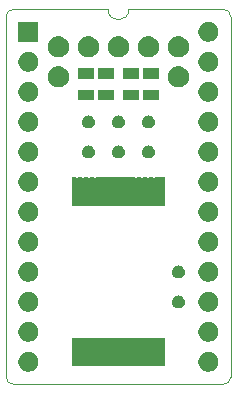
<source format=gbr>
%TF.GenerationSoftware,KiCad,Pcbnew,(5.1.5-0-10_14)*%
%TF.CreationDate,2021-03-11T16:13:23+01:00*%
%TF.ProjectId,C64-ROM-Adapter-LB,4336342d-524f-44d2-9d41-646170746572,1.1*%
%TF.SameCoordinates,Original*%
%TF.FileFunction,Soldermask,Bot*%
%TF.FilePolarity,Negative*%
%FSLAX46Y46*%
G04 Gerber Fmt 4.6, Leading zero omitted, Abs format (unit mm)*
G04 Created by KiCad (PCBNEW (5.1.5-0-10_14)) date 2021-03-11 16:13:23*
%MOMM*%
%LPD*%
G04 APERTURE LIST*
%ADD10C,0.050000*%
%ADD11C,0.150000*%
G04 APERTURE END LIST*
D10*
X122809000Y-48895000D02*
X130810000Y-48895000D01*
X122809000Y-48895000D02*
G75*
G02X121031000Y-48895000I-889000J0D01*
G01*
X131445000Y-80010000D02*
G75*
G02X130810000Y-80645000I-635000J0D01*
G01*
X113030000Y-80645000D02*
G75*
G02X112395000Y-80010000I0J635000D01*
G01*
X112395000Y-49530000D02*
G75*
G02X113030000Y-48895000I635000J0D01*
G01*
X130810000Y-48895000D02*
G75*
G02X131445000Y-49530000I0J-635000D01*
G01*
X112395000Y-80010000D02*
X112395000Y-49530000D01*
X130810000Y-80645000D02*
X113030000Y-80645000D01*
X131445000Y-49530000D02*
X131445000Y-80010000D01*
X113030000Y-48895000D02*
X121031000Y-48895000D01*
D11*
G36*
X129788228Y-77921703D02*
G01*
X129943100Y-77985853D01*
X130082481Y-78078985D01*
X130201015Y-78197519D01*
X130294147Y-78336900D01*
X130358297Y-78491772D01*
X130391000Y-78656184D01*
X130391000Y-78823816D01*
X130358297Y-78988228D01*
X130294147Y-79143100D01*
X130201015Y-79282481D01*
X130082481Y-79401015D01*
X129943100Y-79494147D01*
X129788228Y-79558297D01*
X129623816Y-79591000D01*
X129456184Y-79591000D01*
X129291772Y-79558297D01*
X129136900Y-79494147D01*
X128997519Y-79401015D01*
X128878985Y-79282481D01*
X128785853Y-79143100D01*
X128721703Y-78988228D01*
X128689000Y-78823816D01*
X128689000Y-78656184D01*
X128721703Y-78491772D01*
X128785853Y-78336900D01*
X128878985Y-78197519D01*
X128997519Y-78078985D01*
X129136900Y-77985853D01*
X129291772Y-77921703D01*
X129456184Y-77889000D01*
X129623816Y-77889000D01*
X129788228Y-77921703D01*
G37*
G36*
X114548228Y-77921703D02*
G01*
X114703100Y-77985853D01*
X114842481Y-78078985D01*
X114961015Y-78197519D01*
X115054147Y-78336900D01*
X115118297Y-78491772D01*
X115151000Y-78656184D01*
X115151000Y-78823816D01*
X115118297Y-78988228D01*
X115054147Y-79143100D01*
X114961015Y-79282481D01*
X114842481Y-79401015D01*
X114703100Y-79494147D01*
X114548228Y-79558297D01*
X114383816Y-79591000D01*
X114216184Y-79591000D01*
X114051772Y-79558297D01*
X113896900Y-79494147D01*
X113757519Y-79401015D01*
X113638985Y-79282481D01*
X113545853Y-79143100D01*
X113481703Y-78988228D01*
X113449000Y-78823816D01*
X113449000Y-78656184D01*
X113481703Y-78491772D01*
X113545853Y-78336900D01*
X113638985Y-78197519D01*
X113757519Y-78078985D01*
X113896900Y-77985853D01*
X114051772Y-77921703D01*
X114216184Y-77889000D01*
X114383816Y-77889000D01*
X114548228Y-77921703D01*
G37*
G36*
X118340295Y-76720323D02*
G01*
X118347309Y-76722451D01*
X118361077Y-76729810D01*
X118383716Y-76739187D01*
X118407749Y-76743967D01*
X118432253Y-76743967D01*
X118456286Y-76739186D01*
X118478923Y-76729810D01*
X118492691Y-76722451D01*
X118499705Y-76720323D01*
X118513140Y-76719000D01*
X118826860Y-76719000D01*
X118840295Y-76720323D01*
X118847309Y-76722451D01*
X118861077Y-76729810D01*
X118883716Y-76739187D01*
X118907749Y-76743967D01*
X118932253Y-76743967D01*
X118956286Y-76739186D01*
X118978923Y-76729810D01*
X118992691Y-76722451D01*
X118999705Y-76720323D01*
X119013140Y-76719000D01*
X119326860Y-76719000D01*
X119340295Y-76720323D01*
X119347309Y-76722451D01*
X119361077Y-76729810D01*
X119383716Y-76739187D01*
X119407749Y-76743967D01*
X119432253Y-76743967D01*
X119456286Y-76739186D01*
X119478923Y-76729810D01*
X119492691Y-76722451D01*
X119499705Y-76720323D01*
X119513140Y-76719000D01*
X119826860Y-76719000D01*
X119840295Y-76720323D01*
X119847309Y-76722451D01*
X119861077Y-76729810D01*
X119883716Y-76739187D01*
X119907749Y-76743967D01*
X119932253Y-76743967D01*
X119956286Y-76739186D01*
X119978923Y-76729810D01*
X119992691Y-76722451D01*
X119999705Y-76720323D01*
X120013140Y-76719000D01*
X120326860Y-76719000D01*
X120340295Y-76720323D01*
X120347309Y-76722451D01*
X120361077Y-76729810D01*
X120383716Y-76739187D01*
X120407749Y-76743967D01*
X120432253Y-76743967D01*
X120456286Y-76739186D01*
X120478923Y-76729810D01*
X120492691Y-76722451D01*
X120499705Y-76720323D01*
X120513140Y-76719000D01*
X120826860Y-76719000D01*
X120840295Y-76720323D01*
X120847309Y-76722451D01*
X120861077Y-76729810D01*
X120883716Y-76739187D01*
X120907749Y-76743967D01*
X120932253Y-76743967D01*
X120956286Y-76739186D01*
X120978923Y-76729810D01*
X120992691Y-76722451D01*
X120999705Y-76720323D01*
X121013140Y-76719000D01*
X121326860Y-76719000D01*
X121340295Y-76720323D01*
X121347309Y-76722451D01*
X121361077Y-76729810D01*
X121383716Y-76739187D01*
X121407749Y-76743967D01*
X121432253Y-76743967D01*
X121456286Y-76739186D01*
X121478923Y-76729810D01*
X121492691Y-76722451D01*
X121499705Y-76720323D01*
X121513140Y-76719000D01*
X121826860Y-76719000D01*
X121840295Y-76720323D01*
X121847309Y-76722451D01*
X121861077Y-76729810D01*
X121883716Y-76739187D01*
X121907749Y-76743967D01*
X121932253Y-76743967D01*
X121956286Y-76739186D01*
X121978923Y-76729810D01*
X121992691Y-76722451D01*
X121999705Y-76720323D01*
X122013140Y-76719000D01*
X122326860Y-76719000D01*
X122340295Y-76720323D01*
X122347309Y-76722451D01*
X122361077Y-76729810D01*
X122383716Y-76739187D01*
X122407749Y-76743967D01*
X122432253Y-76743967D01*
X122456286Y-76739186D01*
X122478923Y-76729810D01*
X122492691Y-76722451D01*
X122499705Y-76720323D01*
X122513140Y-76719000D01*
X122826860Y-76719000D01*
X122840295Y-76720323D01*
X122847309Y-76722451D01*
X122861077Y-76729810D01*
X122883716Y-76739187D01*
X122907749Y-76743967D01*
X122932253Y-76743967D01*
X122956286Y-76739186D01*
X122978923Y-76729810D01*
X122992691Y-76722451D01*
X122999705Y-76720323D01*
X123013140Y-76719000D01*
X123326860Y-76719000D01*
X123340295Y-76720323D01*
X123347309Y-76722451D01*
X123361077Y-76729810D01*
X123383716Y-76739187D01*
X123407749Y-76743967D01*
X123432253Y-76743967D01*
X123456286Y-76739186D01*
X123478923Y-76729810D01*
X123492691Y-76722451D01*
X123499705Y-76720323D01*
X123513140Y-76719000D01*
X123826860Y-76719000D01*
X123840295Y-76720323D01*
X123847309Y-76722451D01*
X123861077Y-76729810D01*
X123883716Y-76739187D01*
X123907749Y-76743967D01*
X123932253Y-76743967D01*
X123956286Y-76739186D01*
X123978923Y-76729810D01*
X123992691Y-76722451D01*
X123999705Y-76720323D01*
X124013140Y-76719000D01*
X124326860Y-76719000D01*
X124340295Y-76720323D01*
X124347309Y-76722451D01*
X124361077Y-76729810D01*
X124383716Y-76739187D01*
X124407749Y-76743967D01*
X124432253Y-76743967D01*
X124456286Y-76739186D01*
X124478923Y-76729810D01*
X124492691Y-76722451D01*
X124499705Y-76720323D01*
X124513140Y-76719000D01*
X124826860Y-76719000D01*
X124840295Y-76720323D01*
X124847309Y-76722451D01*
X124861077Y-76729810D01*
X124883716Y-76739187D01*
X124907749Y-76743967D01*
X124932253Y-76743967D01*
X124956286Y-76739186D01*
X124978923Y-76729810D01*
X124992691Y-76722451D01*
X124999705Y-76720323D01*
X125013140Y-76719000D01*
X125326860Y-76719000D01*
X125340295Y-76720323D01*
X125347309Y-76722451D01*
X125361077Y-76729810D01*
X125383716Y-76739187D01*
X125407749Y-76743967D01*
X125432253Y-76743967D01*
X125456286Y-76739186D01*
X125478923Y-76729810D01*
X125492691Y-76722451D01*
X125499705Y-76720323D01*
X125513140Y-76719000D01*
X125826860Y-76719000D01*
X125840295Y-76720323D01*
X125847310Y-76722451D01*
X125853776Y-76725908D01*
X125859442Y-76730558D01*
X125864092Y-76736224D01*
X125867549Y-76742690D01*
X125869677Y-76749705D01*
X125871000Y-76763140D01*
X125871000Y-79076860D01*
X125869677Y-79090295D01*
X125867549Y-79097310D01*
X125864092Y-79103776D01*
X125859442Y-79109442D01*
X125853776Y-79114092D01*
X125847310Y-79117549D01*
X125840295Y-79119677D01*
X125826860Y-79121000D01*
X125513140Y-79121000D01*
X125499705Y-79119677D01*
X125492691Y-79117549D01*
X125478923Y-79110190D01*
X125456284Y-79100813D01*
X125432251Y-79096033D01*
X125407747Y-79096033D01*
X125383714Y-79100814D01*
X125361077Y-79110190D01*
X125347309Y-79117549D01*
X125340295Y-79119677D01*
X125326860Y-79121000D01*
X125013140Y-79121000D01*
X124999705Y-79119677D01*
X124992691Y-79117549D01*
X124978923Y-79110190D01*
X124956284Y-79100813D01*
X124932251Y-79096033D01*
X124907747Y-79096033D01*
X124883714Y-79100814D01*
X124861077Y-79110190D01*
X124847309Y-79117549D01*
X124840295Y-79119677D01*
X124826860Y-79121000D01*
X124513140Y-79121000D01*
X124499705Y-79119677D01*
X124492691Y-79117549D01*
X124478923Y-79110190D01*
X124456284Y-79100813D01*
X124432251Y-79096033D01*
X124407747Y-79096033D01*
X124383714Y-79100814D01*
X124361077Y-79110190D01*
X124347309Y-79117549D01*
X124340295Y-79119677D01*
X124326860Y-79121000D01*
X124013140Y-79121000D01*
X123999705Y-79119677D01*
X123992691Y-79117549D01*
X123978923Y-79110190D01*
X123956284Y-79100813D01*
X123932251Y-79096033D01*
X123907747Y-79096033D01*
X123883714Y-79100814D01*
X123861077Y-79110190D01*
X123847309Y-79117549D01*
X123840295Y-79119677D01*
X123826860Y-79121000D01*
X123513140Y-79121000D01*
X123499705Y-79119677D01*
X123492691Y-79117549D01*
X123478923Y-79110190D01*
X123456284Y-79100813D01*
X123432251Y-79096033D01*
X123407747Y-79096033D01*
X123383714Y-79100814D01*
X123361077Y-79110190D01*
X123347309Y-79117549D01*
X123340295Y-79119677D01*
X123326860Y-79121000D01*
X123013140Y-79121000D01*
X122999705Y-79119677D01*
X122992691Y-79117549D01*
X122978923Y-79110190D01*
X122956284Y-79100813D01*
X122932251Y-79096033D01*
X122907747Y-79096033D01*
X122883714Y-79100814D01*
X122861077Y-79110190D01*
X122847309Y-79117549D01*
X122840295Y-79119677D01*
X122826860Y-79121000D01*
X122513140Y-79121000D01*
X122499705Y-79119677D01*
X122492691Y-79117549D01*
X122478923Y-79110190D01*
X122456284Y-79100813D01*
X122432251Y-79096033D01*
X122407747Y-79096033D01*
X122383714Y-79100814D01*
X122361077Y-79110190D01*
X122347309Y-79117549D01*
X122340295Y-79119677D01*
X122326860Y-79121000D01*
X122013140Y-79121000D01*
X121999705Y-79119677D01*
X121992691Y-79117549D01*
X121978923Y-79110190D01*
X121956284Y-79100813D01*
X121932251Y-79096033D01*
X121907747Y-79096033D01*
X121883714Y-79100814D01*
X121861077Y-79110190D01*
X121847309Y-79117549D01*
X121840295Y-79119677D01*
X121826860Y-79121000D01*
X121513140Y-79121000D01*
X121499705Y-79119677D01*
X121492691Y-79117549D01*
X121478923Y-79110190D01*
X121456284Y-79100813D01*
X121432251Y-79096033D01*
X121407747Y-79096033D01*
X121383714Y-79100814D01*
X121361077Y-79110190D01*
X121347309Y-79117549D01*
X121340295Y-79119677D01*
X121326860Y-79121000D01*
X121013140Y-79121000D01*
X120999705Y-79119677D01*
X120992691Y-79117549D01*
X120978923Y-79110190D01*
X120956284Y-79100813D01*
X120932251Y-79096033D01*
X120907747Y-79096033D01*
X120883714Y-79100814D01*
X120861077Y-79110190D01*
X120847309Y-79117549D01*
X120840295Y-79119677D01*
X120826860Y-79121000D01*
X120513140Y-79121000D01*
X120499705Y-79119677D01*
X120492691Y-79117549D01*
X120478923Y-79110190D01*
X120456284Y-79100813D01*
X120432251Y-79096033D01*
X120407747Y-79096033D01*
X120383714Y-79100814D01*
X120361077Y-79110190D01*
X120347309Y-79117549D01*
X120340295Y-79119677D01*
X120326860Y-79121000D01*
X120013140Y-79121000D01*
X119999705Y-79119677D01*
X119992691Y-79117549D01*
X119978923Y-79110190D01*
X119956284Y-79100813D01*
X119932251Y-79096033D01*
X119907747Y-79096033D01*
X119883714Y-79100814D01*
X119861077Y-79110190D01*
X119847309Y-79117549D01*
X119840295Y-79119677D01*
X119826860Y-79121000D01*
X119513140Y-79121000D01*
X119499705Y-79119677D01*
X119492691Y-79117549D01*
X119478923Y-79110190D01*
X119456284Y-79100813D01*
X119432251Y-79096033D01*
X119407747Y-79096033D01*
X119383714Y-79100814D01*
X119361077Y-79110190D01*
X119347309Y-79117549D01*
X119340295Y-79119677D01*
X119326860Y-79121000D01*
X119013140Y-79121000D01*
X118999705Y-79119677D01*
X118992691Y-79117549D01*
X118978923Y-79110190D01*
X118956284Y-79100813D01*
X118932251Y-79096033D01*
X118907747Y-79096033D01*
X118883714Y-79100814D01*
X118861077Y-79110190D01*
X118847309Y-79117549D01*
X118840295Y-79119677D01*
X118826860Y-79121000D01*
X118513140Y-79121000D01*
X118499705Y-79119677D01*
X118492691Y-79117549D01*
X118478923Y-79110190D01*
X118456284Y-79100813D01*
X118432251Y-79096033D01*
X118407747Y-79096033D01*
X118383714Y-79100814D01*
X118361077Y-79110190D01*
X118347309Y-79117549D01*
X118340295Y-79119677D01*
X118326860Y-79121000D01*
X118013140Y-79121000D01*
X117999705Y-79119677D01*
X117992690Y-79117549D01*
X117986224Y-79114092D01*
X117980558Y-79109442D01*
X117975908Y-79103776D01*
X117972451Y-79097310D01*
X117970323Y-79090295D01*
X117969000Y-79076860D01*
X117969000Y-76763140D01*
X117970323Y-76749705D01*
X117972451Y-76742690D01*
X117975908Y-76736224D01*
X117980558Y-76730558D01*
X117986224Y-76725908D01*
X117992690Y-76722451D01*
X117999705Y-76720323D01*
X118013140Y-76719000D01*
X118326860Y-76719000D01*
X118340295Y-76720323D01*
G37*
G36*
X114548228Y-75381703D02*
G01*
X114703100Y-75445853D01*
X114842481Y-75538985D01*
X114961015Y-75657519D01*
X115054147Y-75796900D01*
X115118297Y-75951772D01*
X115151000Y-76116184D01*
X115151000Y-76283816D01*
X115118297Y-76448228D01*
X115054147Y-76603100D01*
X114961015Y-76742481D01*
X114842481Y-76861015D01*
X114703100Y-76954147D01*
X114548228Y-77018297D01*
X114383816Y-77051000D01*
X114216184Y-77051000D01*
X114051772Y-77018297D01*
X113896900Y-76954147D01*
X113757519Y-76861015D01*
X113638985Y-76742481D01*
X113545853Y-76603100D01*
X113481703Y-76448228D01*
X113449000Y-76283816D01*
X113449000Y-76116184D01*
X113481703Y-75951772D01*
X113545853Y-75796900D01*
X113638985Y-75657519D01*
X113757519Y-75538985D01*
X113896900Y-75445853D01*
X114051772Y-75381703D01*
X114216184Y-75349000D01*
X114383816Y-75349000D01*
X114548228Y-75381703D01*
G37*
G36*
X129788228Y-75381703D02*
G01*
X129943100Y-75445853D01*
X130082481Y-75538985D01*
X130201015Y-75657519D01*
X130294147Y-75796900D01*
X130358297Y-75951772D01*
X130391000Y-76116184D01*
X130391000Y-76283816D01*
X130358297Y-76448228D01*
X130294147Y-76603100D01*
X130201015Y-76742481D01*
X130082481Y-76861015D01*
X129943100Y-76954147D01*
X129788228Y-77018297D01*
X129623816Y-77051000D01*
X129456184Y-77051000D01*
X129291772Y-77018297D01*
X129136900Y-76954147D01*
X128997519Y-76861015D01*
X128878985Y-76742481D01*
X128785853Y-76603100D01*
X128721703Y-76448228D01*
X128689000Y-76283816D01*
X128689000Y-76116184D01*
X128721703Y-75951772D01*
X128785853Y-75796900D01*
X128878985Y-75657519D01*
X128997519Y-75538985D01*
X129136900Y-75445853D01*
X129291772Y-75381703D01*
X129456184Y-75349000D01*
X129623816Y-75349000D01*
X129788228Y-75381703D01*
G37*
G36*
X114548228Y-72841703D02*
G01*
X114703100Y-72905853D01*
X114842481Y-72998985D01*
X114961015Y-73117519D01*
X115054147Y-73256900D01*
X115118297Y-73411772D01*
X115151000Y-73576184D01*
X115151000Y-73743816D01*
X115118297Y-73908228D01*
X115054147Y-74063100D01*
X114961015Y-74202481D01*
X114842481Y-74321015D01*
X114703100Y-74414147D01*
X114548228Y-74478297D01*
X114383816Y-74511000D01*
X114216184Y-74511000D01*
X114051772Y-74478297D01*
X113896900Y-74414147D01*
X113757519Y-74321015D01*
X113638985Y-74202481D01*
X113545853Y-74063100D01*
X113481703Y-73908228D01*
X113449000Y-73743816D01*
X113449000Y-73576184D01*
X113481703Y-73411772D01*
X113545853Y-73256900D01*
X113638985Y-73117519D01*
X113757519Y-72998985D01*
X113896900Y-72905853D01*
X114051772Y-72841703D01*
X114216184Y-72809000D01*
X114383816Y-72809000D01*
X114548228Y-72841703D01*
G37*
G36*
X129788228Y-72841703D02*
G01*
X129943100Y-72905853D01*
X130082481Y-72998985D01*
X130201015Y-73117519D01*
X130294147Y-73256900D01*
X130358297Y-73411772D01*
X130391000Y-73576184D01*
X130391000Y-73743816D01*
X130358297Y-73908228D01*
X130294147Y-74063100D01*
X130201015Y-74202481D01*
X130082481Y-74321015D01*
X129943100Y-74414147D01*
X129788228Y-74478297D01*
X129623816Y-74511000D01*
X129456184Y-74511000D01*
X129291772Y-74478297D01*
X129136900Y-74414147D01*
X128997519Y-74321015D01*
X128878985Y-74202481D01*
X128785853Y-74063100D01*
X128721703Y-73908228D01*
X128689000Y-73743816D01*
X128689000Y-73576184D01*
X128721703Y-73411772D01*
X128785853Y-73256900D01*
X128878985Y-73117519D01*
X128997519Y-72998985D01*
X129136900Y-72905853D01*
X129291772Y-72841703D01*
X129456184Y-72809000D01*
X129623816Y-72809000D01*
X129788228Y-72841703D01*
G37*
G36*
X127160721Y-73130174D02*
G01*
X127260995Y-73171709D01*
X127260996Y-73171710D01*
X127351242Y-73232010D01*
X127427990Y-73308758D01*
X127427991Y-73308760D01*
X127488291Y-73399005D01*
X127529826Y-73499279D01*
X127551000Y-73605730D01*
X127551000Y-73714270D01*
X127529826Y-73820721D01*
X127488291Y-73920995D01*
X127488290Y-73920996D01*
X127427990Y-74011242D01*
X127351242Y-74087990D01*
X127305812Y-74118345D01*
X127260995Y-74148291D01*
X127160721Y-74189826D01*
X127054270Y-74211000D01*
X126945730Y-74211000D01*
X126839279Y-74189826D01*
X126739005Y-74148291D01*
X126694188Y-74118345D01*
X126648758Y-74087990D01*
X126572010Y-74011242D01*
X126511710Y-73920996D01*
X126511709Y-73920995D01*
X126470174Y-73820721D01*
X126449000Y-73714270D01*
X126449000Y-73605730D01*
X126470174Y-73499279D01*
X126511709Y-73399005D01*
X126572009Y-73308760D01*
X126572010Y-73308758D01*
X126648758Y-73232010D01*
X126739004Y-73171710D01*
X126739005Y-73171709D01*
X126839279Y-73130174D01*
X126945730Y-73109000D01*
X127054270Y-73109000D01*
X127160721Y-73130174D01*
G37*
G36*
X129788228Y-70301703D02*
G01*
X129943100Y-70365853D01*
X130082481Y-70458985D01*
X130201015Y-70577519D01*
X130294147Y-70716900D01*
X130358297Y-70871772D01*
X130391000Y-71036184D01*
X130391000Y-71203816D01*
X130358297Y-71368228D01*
X130294147Y-71523100D01*
X130201015Y-71662481D01*
X130082481Y-71781015D01*
X129943100Y-71874147D01*
X129788228Y-71938297D01*
X129623816Y-71971000D01*
X129456184Y-71971000D01*
X129291772Y-71938297D01*
X129136900Y-71874147D01*
X128997519Y-71781015D01*
X128878985Y-71662481D01*
X128785853Y-71523100D01*
X128721703Y-71368228D01*
X128689000Y-71203816D01*
X128689000Y-71036184D01*
X128721703Y-70871772D01*
X128785853Y-70716900D01*
X128878985Y-70577519D01*
X128997519Y-70458985D01*
X129136900Y-70365853D01*
X129291772Y-70301703D01*
X129456184Y-70269000D01*
X129623816Y-70269000D01*
X129788228Y-70301703D01*
G37*
G36*
X114548228Y-70301703D02*
G01*
X114703100Y-70365853D01*
X114842481Y-70458985D01*
X114961015Y-70577519D01*
X115054147Y-70716900D01*
X115118297Y-70871772D01*
X115151000Y-71036184D01*
X115151000Y-71203816D01*
X115118297Y-71368228D01*
X115054147Y-71523100D01*
X114961015Y-71662481D01*
X114842481Y-71781015D01*
X114703100Y-71874147D01*
X114548228Y-71938297D01*
X114383816Y-71971000D01*
X114216184Y-71971000D01*
X114051772Y-71938297D01*
X113896900Y-71874147D01*
X113757519Y-71781015D01*
X113638985Y-71662481D01*
X113545853Y-71523100D01*
X113481703Y-71368228D01*
X113449000Y-71203816D01*
X113449000Y-71036184D01*
X113481703Y-70871772D01*
X113545853Y-70716900D01*
X113638985Y-70577519D01*
X113757519Y-70458985D01*
X113896900Y-70365853D01*
X114051772Y-70301703D01*
X114216184Y-70269000D01*
X114383816Y-70269000D01*
X114548228Y-70301703D01*
G37*
G36*
X127160721Y-70590174D02*
G01*
X127260995Y-70631709D01*
X127260996Y-70631710D01*
X127351242Y-70692010D01*
X127427990Y-70768758D01*
X127427991Y-70768760D01*
X127488291Y-70859005D01*
X127529826Y-70959279D01*
X127551000Y-71065730D01*
X127551000Y-71174270D01*
X127529826Y-71280721D01*
X127488291Y-71380995D01*
X127488290Y-71380996D01*
X127427990Y-71471242D01*
X127351242Y-71547990D01*
X127305812Y-71578345D01*
X127260995Y-71608291D01*
X127160721Y-71649826D01*
X127054270Y-71671000D01*
X126945730Y-71671000D01*
X126839279Y-71649826D01*
X126739005Y-71608291D01*
X126694188Y-71578345D01*
X126648758Y-71547990D01*
X126572010Y-71471242D01*
X126511710Y-71380996D01*
X126511709Y-71380995D01*
X126470174Y-71280721D01*
X126449000Y-71174270D01*
X126449000Y-71065730D01*
X126470174Y-70959279D01*
X126511709Y-70859005D01*
X126572009Y-70768760D01*
X126572010Y-70768758D01*
X126648758Y-70692010D01*
X126739004Y-70631710D01*
X126739005Y-70631709D01*
X126839279Y-70590174D01*
X126945730Y-70569000D01*
X127054270Y-70569000D01*
X127160721Y-70590174D01*
G37*
G36*
X114548228Y-67761703D02*
G01*
X114703100Y-67825853D01*
X114842481Y-67918985D01*
X114961015Y-68037519D01*
X115054147Y-68176900D01*
X115118297Y-68331772D01*
X115151000Y-68496184D01*
X115151000Y-68663816D01*
X115118297Y-68828228D01*
X115054147Y-68983100D01*
X114961015Y-69122481D01*
X114842481Y-69241015D01*
X114703100Y-69334147D01*
X114548228Y-69398297D01*
X114383816Y-69431000D01*
X114216184Y-69431000D01*
X114051772Y-69398297D01*
X113896900Y-69334147D01*
X113757519Y-69241015D01*
X113638985Y-69122481D01*
X113545853Y-68983100D01*
X113481703Y-68828228D01*
X113449000Y-68663816D01*
X113449000Y-68496184D01*
X113481703Y-68331772D01*
X113545853Y-68176900D01*
X113638985Y-68037519D01*
X113757519Y-67918985D01*
X113896900Y-67825853D01*
X114051772Y-67761703D01*
X114216184Y-67729000D01*
X114383816Y-67729000D01*
X114548228Y-67761703D01*
G37*
G36*
X129788228Y-67761703D02*
G01*
X129943100Y-67825853D01*
X130082481Y-67918985D01*
X130201015Y-68037519D01*
X130294147Y-68176900D01*
X130358297Y-68331772D01*
X130391000Y-68496184D01*
X130391000Y-68663816D01*
X130358297Y-68828228D01*
X130294147Y-68983100D01*
X130201015Y-69122481D01*
X130082481Y-69241015D01*
X129943100Y-69334147D01*
X129788228Y-69398297D01*
X129623816Y-69431000D01*
X129456184Y-69431000D01*
X129291772Y-69398297D01*
X129136900Y-69334147D01*
X128997519Y-69241015D01*
X128878985Y-69122481D01*
X128785853Y-68983100D01*
X128721703Y-68828228D01*
X128689000Y-68663816D01*
X128689000Y-68496184D01*
X128721703Y-68331772D01*
X128785853Y-68176900D01*
X128878985Y-68037519D01*
X128997519Y-67918985D01*
X129136900Y-67825853D01*
X129291772Y-67761703D01*
X129456184Y-67729000D01*
X129623816Y-67729000D01*
X129788228Y-67761703D01*
G37*
G36*
X129788228Y-65221703D02*
G01*
X129943100Y-65285853D01*
X130082481Y-65378985D01*
X130201015Y-65497519D01*
X130294147Y-65636900D01*
X130358297Y-65791772D01*
X130391000Y-65956184D01*
X130391000Y-66123816D01*
X130358297Y-66288228D01*
X130294147Y-66443100D01*
X130201015Y-66582481D01*
X130082481Y-66701015D01*
X129943100Y-66794147D01*
X129788228Y-66858297D01*
X129623816Y-66891000D01*
X129456184Y-66891000D01*
X129291772Y-66858297D01*
X129136900Y-66794147D01*
X128997519Y-66701015D01*
X128878985Y-66582481D01*
X128785853Y-66443100D01*
X128721703Y-66288228D01*
X128689000Y-66123816D01*
X128689000Y-65956184D01*
X128721703Y-65791772D01*
X128785853Y-65636900D01*
X128878985Y-65497519D01*
X128997519Y-65378985D01*
X129136900Y-65285853D01*
X129291772Y-65221703D01*
X129456184Y-65189000D01*
X129623816Y-65189000D01*
X129788228Y-65221703D01*
G37*
G36*
X114548228Y-65221703D02*
G01*
X114703100Y-65285853D01*
X114842481Y-65378985D01*
X114961015Y-65497519D01*
X115054147Y-65636900D01*
X115118297Y-65791772D01*
X115151000Y-65956184D01*
X115151000Y-66123816D01*
X115118297Y-66288228D01*
X115054147Y-66443100D01*
X114961015Y-66582481D01*
X114842481Y-66701015D01*
X114703100Y-66794147D01*
X114548228Y-66858297D01*
X114383816Y-66891000D01*
X114216184Y-66891000D01*
X114051772Y-66858297D01*
X113896900Y-66794147D01*
X113757519Y-66701015D01*
X113638985Y-66582481D01*
X113545853Y-66443100D01*
X113481703Y-66288228D01*
X113449000Y-66123816D01*
X113449000Y-65956184D01*
X113481703Y-65791772D01*
X113545853Y-65636900D01*
X113638985Y-65497519D01*
X113757519Y-65378985D01*
X113896900Y-65285853D01*
X114051772Y-65221703D01*
X114216184Y-65189000D01*
X114383816Y-65189000D01*
X114548228Y-65221703D01*
G37*
G36*
X118340295Y-63120323D02*
G01*
X118347309Y-63122451D01*
X118361077Y-63129810D01*
X118383716Y-63139187D01*
X118407749Y-63143967D01*
X118432253Y-63143967D01*
X118456286Y-63139186D01*
X118478923Y-63129810D01*
X118492691Y-63122451D01*
X118499705Y-63120323D01*
X118513140Y-63119000D01*
X118826860Y-63119000D01*
X118840295Y-63120323D01*
X118847309Y-63122451D01*
X118861077Y-63129810D01*
X118883716Y-63139187D01*
X118907749Y-63143967D01*
X118932253Y-63143967D01*
X118956286Y-63139186D01*
X118978923Y-63129810D01*
X118992691Y-63122451D01*
X118999705Y-63120323D01*
X119013140Y-63119000D01*
X119326860Y-63119000D01*
X119340295Y-63120323D01*
X119347309Y-63122451D01*
X119361077Y-63129810D01*
X119383716Y-63139187D01*
X119407749Y-63143967D01*
X119432253Y-63143967D01*
X119456286Y-63139186D01*
X119478923Y-63129810D01*
X119492691Y-63122451D01*
X119499705Y-63120323D01*
X119513140Y-63119000D01*
X119826860Y-63119000D01*
X119840295Y-63120323D01*
X119847309Y-63122451D01*
X119861077Y-63129810D01*
X119883716Y-63139187D01*
X119907749Y-63143967D01*
X119932253Y-63143967D01*
X119956286Y-63139186D01*
X119978923Y-63129810D01*
X119992691Y-63122451D01*
X119999705Y-63120323D01*
X120013140Y-63119000D01*
X120326860Y-63119000D01*
X120340295Y-63120323D01*
X120347309Y-63122451D01*
X120361077Y-63129810D01*
X120383716Y-63139187D01*
X120407749Y-63143967D01*
X120432253Y-63143967D01*
X120456286Y-63139186D01*
X120478923Y-63129810D01*
X120492691Y-63122451D01*
X120499705Y-63120323D01*
X120513140Y-63119000D01*
X120826860Y-63119000D01*
X120840295Y-63120323D01*
X120847309Y-63122451D01*
X120861077Y-63129810D01*
X120883716Y-63139187D01*
X120907749Y-63143967D01*
X120932253Y-63143967D01*
X120956286Y-63139186D01*
X120978923Y-63129810D01*
X120992691Y-63122451D01*
X120999705Y-63120323D01*
X121013140Y-63119000D01*
X121326860Y-63119000D01*
X121340295Y-63120323D01*
X121347309Y-63122451D01*
X121361077Y-63129810D01*
X121383716Y-63139187D01*
X121407749Y-63143967D01*
X121432253Y-63143967D01*
X121456286Y-63139186D01*
X121478923Y-63129810D01*
X121492691Y-63122451D01*
X121499705Y-63120323D01*
X121513140Y-63119000D01*
X121826860Y-63119000D01*
X121840295Y-63120323D01*
X121847309Y-63122451D01*
X121861077Y-63129810D01*
X121883716Y-63139187D01*
X121907749Y-63143967D01*
X121932253Y-63143967D01*
X121956286Y-63139186D01*
X121978923Y-63129810D01*
X121992691Y-63122451D01*
X121999705Y-63120323D01*
X122013140Y-63119000D01*
X122326860Y-63119000D01*
X122340295Y-63120323D01*
X122347309Y-63122451D01*
X122361077Y-63129810D01*
X122383716Y-63139187D01*
X122407749Y-63143967D01*
X122432253Y-63143967D01*
X122456286Y-63139186D01*
X122478923Y-63129810D01*
X122492691Y-63122451D01*
X122499705Y-63120323D01*
X122513140Y-63119000D01*
X122826860Y-63119000D01*
X122840295Y-63120323D01*
X122847309Y-63122451D01*
X122861077Y-63129810D01*
X122883716Y-63139187D01*
X122907749Y-63143967D01*
X122932253Y-63143967D01*
X122956286Y-63139186D01*
X122978923Y-63129810D01*
X122992691Y-63122451D01*
X122999705Y-63120323D01*
X123013140Y-63119000D01*
X123326860Y-63119000D01*
X123340295Y-63120323D01*
X123347309Y-63122451D01*
X123361077Y-63129810D01*
X123383716Y-63139187D01*
X123407749Y-63143967D01*
X123432253Y-63143967D01*
X123456286Y-63139186D01*
X123478923Y-63129810D01*
X123492691Y-63122451D01*
X123499705Y-63120323D01*
X123513140Y-63119000D01*
X123826860Y-63119000D01*
X123840295Y-63120323D01*
X123847309Y-63122451D01*
X123861077Y-63129810D01*
X123883716Y-63139187D01*
X123907749Y-63143967D01*
X123932253Y-63143967D01*
X123956286Y-63139186D01*
X123978923Y-63129810D01*
X123992691Y-63122451D01*
X123999705Y-63120323D01*
X124013140Y-63119000D01*
X124326860Y-63119000D01*
X124340295Y-63120323D01*
X124347309Y-63122451D01*
X124361077Y-63129810D01*
X124383716Y-63139187D01*
X124407749Y-63143967D01*
X124432253Y-63143967D01*
X124456286Y-63139186D01*
X124478923Y-63129810D01*
X124492691Y-63122451D01*
X124499705Y-63120323D01*
X124513140Y-63119000D01*
X124826860Y-63119000D01*
X124840295Y-63120323D01*
X124847309Y-63122451D01*
X124861077Y-63129810D01*
X124883716Y-63139187D01*
X124907749Y-63143967D01*
X124932253Y-63143967D01*
X124956286Y-63139186D01*
X124978923Y-63129810D01*
X124992691Y-63122451D01*
X124999705Y-63120323D01*
X125013140Y-63119000D01*
X125326860Y-63119000D01*
X125340295Y-63120323D01*
X125347309Y-63122451D01*
X125361077Y-63129810D01*
X125383716Y-63139187D01*
X125407749Y-63143967D01*
X125432253Y-63143967D01*
X125456286Y-63139186D01*
X125478923Y-63129810D01*
X125492691Y-63122451D01*
X125499705Y-63120323D01*
X125513140Y-63119000D01*
X125826860Y-63119000D01*
X125840295Y-63120323D01*
X125847310Y-63122451D01*
X125853776Y-63125908D01*
X125859442Y-63130558D01*
X125864092Y-63136224D01*
X125867549Y-63142690D01*
X125869677Y-63149705D01*
X125871000Y-63163140D01*
X125871000Y-65476860D01*
X125869677Y-65490295D01*
X125867549Y-65497310D01*
X125864092Y-65503776D01*
X125859442Y-65509442D01*
X125853776Y-65514092D01*
X125847310Y-65517549D01*
X125840295Y-65519677D01*
X125826860Y-65521000D01*
X125513140Y-65521000D01*
X125499705Y-65519677D01*
X125492691Y-65517549D01*
X125478923Y-65510190D01*
X125456284Y-65500813D01*
X125432251Y-65496033D01*
X125407747Y-65496033D01*
X125383714Y-65500814D01*
X125361077Y-65510190D01*
X125347309Y-65517549D01*
X125340295Y-65519677D01*
X125326860Y-65521000D01*
X125013140Y-65521000D01*
X124999705Y-65519677D01*
X124992691Y-65517549D01*
X124978923Y-65510190D01*
X124956284Y-65500813D01*
X124932251Y-65496033D01*
X124907747Y-65496033D01*
X124883714Y-65500814D01*
X124861077Y-65510190D01*
X124847309Y-65517549D01*
X124840295Y-65519677D01*
X124826860Y-65521000D01*
X124513140Y-65521000D01*
X124499705Y-65519677D01*
X124492691Y-65517549D01*
X124478923Y-65510190D01*
X124456284Y-65500813D01*
X124432251Y-65496033D01*
X124407747Y-65496033D01*
X124383714Y-65500814D01*
X124361077Y-65510190D01*
X124347309Y-65517549D01*
X124340295Y-65519677D01*
X124326860Y-65521000D01*
X124013140Y-65521000D01*
X123999705Y-65519677D01*
X123992691Y-65517549D01*
X123978923Y-65510190D01*
X123956284Y-65500813D01*
X123932251Y-65496033D01*
X123907747Y-65496033D01*
X123883714Y-65500814D01*
X123861077Y-65510190D01*
X123847309Y-65517549D01*
X123840295Y-65519677D01*
X123826860Y-65521000D01*
X123513140Y-65521000D01*
X123499705Y-65519677D01*
X123492691Y-65517549D01*
X123478923Y-65510190D01*
X123456284Y-65500813D01*
X123432251Y-65496033D01*
X123407747Y-65496033D01*
X123383714Y-65500814D01*
X123361077Y-65510190D01*
X123347309Y-65517549D01*
X123340295Y-65519677D01*
X123326860Y-65521000D01*
X123013140Y-65521000D01*
X122999705Y-65519677D01*
X122992691Y-65517549D01*
X122978923Y-65510190D01*
X122956284Y-65500813D01*
X122932251Y-65496033D01*
X122907747Y-65496033D01*
X122883714Y-65500814D01*
X122861077Y-65510190D01*
X122847309Y-65517549D01*
X122840295Y-65519677D01*
X122826860Y-65521000D01*
X122513140Y-65521000D01*
X122499705Y-65519677D01*
X122492691Y-65517549D01*
X122478923Y-65510190D01*
X122456284Y-65500813D01*
X122432251Y-65496033D01*
X122407747Y-65496033D01*
X122383714Y-65500814D01*
X122361077Y-65510190D01*
X122347309Y-65517549D01*
X122340295Y-65519677D01*
X122326860Y-65521000D01*
X122013140Y-65521000D01*
X121999705Y-65519677D01*
X121992691Y-65517549D01*
X121978923Y-65510190D01*
X121956284Y-65500813D01*
X121932251Y-65496033D01*
X121907747Y-65496033D01*
X121883714Y-65500814D01*
X121861077Y-65510190D01*
X121847309Y-65517549D01*
X121840295Y-65519677D01*
X121826860Y-65521000D01*
X121513140Y-65521000D01*
X121499705Y-65519677D01*
X121492691Y-65517549D01*
X121478923Y-65510190D01*
X121456284Y-65500813D01*
X121432251Y-65496033D01*
X121407747Y-65496033D01*
X121383714Y-65500814D01*
X121361077Y-65510190D01*
X121347309Y-65517549D01*
X121340295Y-65519677D01*
X121326860Y-65521000D01*
X121013140Y-65521000D01*
X120999705Y-65519677D01*
X120992691Y-65517549D01*
X120978923Y-65510190D01*
X120956284Y-65500813D01*
X120932251Y-65496033D01*
X120907747Y-65496033D01*
X120883714Y-65500814D01*
X120861077Y-65510190D01*
X120847309Y-65517549D01*
X120840295Y-65519677D01*
X120826860Y-65521000D01*
X120513140Y-65521000D01*
X120499705Y-65519677D01*
X120492691Y-65517549D01*
X120478923Y-65510190D01*
X120456284Y-65500813D01*
X120432251Y-65496033D01*
X120407747Y-65496033D01*
X120383714Y-65500814D01*
X120361077Y-65510190D01*
X120347309Y-65517549D01*
X120340295Y-65519677D01*
X120326860Y-65521000D01*
X120013140Y-65521000D01*
X119999705Y-65519677D01*
X119992691Y-65517549D01*
X119978923Y-65510190D01*
X119956284Y-65500813D01*
X119932251Y-65496033D01*
X119907747Y-65496033D01*
X119883714Y-65500814D01*
X119861077Y-65510190D01*
X119847309Y-65517549D01*
X119840295Y-65519677D01*
X119826860Y-65521000D01*
X119513140Y-65521000D01*
X119499705Y-65519677D01*
X119492691Y-65517549D01*
X119478923Y-65510190D01*
X119456284Y-65500813D01*
X119432251Y-65496033D01*
X119407747Y-65496033D01*
X119383714Y-65500814D01*
X119361077Y-65510190D01*
X119347309Y-65517549D01*
X119340295Y-65519677D01*
X119326860Y-65521000D01*
X119013140Y-65521000D01*
X118999705Y-65519677D01*
X118992691Y-65517549D01*
X118978923Y-65510190D01*
X118956284Y-65500813D01*
X118932251Y-65496033D01*
X118907747Y-65496033D01*
X118883714Y-65500814D01*
X118861077Y-65510190D01*
X118847309Y-65517549D01*
X118840295Y-65519677D01*
X118826860Y-65521000D01*
X118513140Y-65521000D01*
X118499705Y-65519677D01*
X118492691Y-65517549D01*
X118478923Y-65510190D01*
X118456284Y-65500813D01*
X118432251Y-65496033D01*
X118407747Y-65496033D01*
X118383714Y-65500814D01*
X118361077Y-65510190D01*
X118347309Y-65517549D01*
X118340295Y-65519677D01*
X118326860Y-65521000D01*
X118013140Y-65521000D01*
X117999705Y-65519677D01*
X117992690Y-65517549D01*
X117986224Y-65514092D01*
X117980558Y-65509442D01*
X117975908Y-65503776D01*
X117972451Y-65497310D01*
X117970323Y-65490295D01*
X117969000Y-65476860D01*
X117969000Y-63163140D01*
X117970323Y-63149705D01*
X117972451Y-63142690D01*
X117975908Y-63136224D01*
X117980558Y-63130558D01*
X117986224Y-63125908D01*
X117992690Y-63122451D01*
X117999705Y-63120323D01*
X118013140Y-63119000D01*
X118326860Y-63119000D01*
X118340295Y-63120323D01*
G37*
G36*
X129788228Y-62681703D02*
G01*
X129943100Y-62745853D01*
X130082481Y-62838985D01*
X130201015Y-62957519D01*
X130294147Y-63096900D01*
X130358297Y-63251772D01*
X130391000Y-63416184D01*
X130391000Y-63583816D01*
X130358297Y-63748228D01*
X130294147Y-63903100D01*
X130201015Y-64042481D01*
X130082481Y-64161015D01*
X129943100Y-64254147D01*
X129788228Y-64318297D01*
X129623816Y-64351000D01*
X129456184Y-64351000D01*
X129291772Y-64318297D01*
X129136900Y-64254147D01*
X128997519Y-64161015D01*
X128878985Y-64042481D01*
X128785853Y-63903100D01*
X128721703Y-63748228D01*
X128689000Y-63583816D01*
X128689000Y-63416184D01*
X128721703Y-63251772D01*
X128785853Y-63096900D01*
X128878985Y-62957519D01*
X128997519Y-62838985D01*
X129136900Y-62745853D01*
X129291772Y-62681703D01*
X129456184Y-62649000D01*
X129623816Y-62649000D01*
X129788228Y-62681703D01*
G37*
G36*
X114548228Y-62681703D02*
G01*
X114703100Y-62745853D01*
X114842481Y-62838985D01*
X114961015Y-62957519D01*
X115054147Y-63096900D01*
X115118297Y-63251772D01*
X115151000Y-63416184D01*
X115151000Y-63583816D01*
X115118297Y-63748228D01*
X115054147Y-63903100D01*
X114961015Y-64042481D01*
X114842481Y-64161015D01*
X114703100Y-64254147D01*
X114548228Y-64318297D01*
X114383816Y-64351000D01*
X114216184Y-64351000D01*
X114051772Y-64318297D01*
X113896900Y-64254147D01*
X113757519Y-64161015D01*
X113638985Y-64042481D01*
X113545853Y-63903100D01*
X113481703Y-63748228D01*
X113449000Y-63583816D01*
X113449000Y-63416184D01*
X113481703Y-63251772D01*
X113545853Y-63096900D01*
X113638985Y-62957519D01*
X113757519Y-62838985D01*
X113896900Y-62745853D01*
X114051772Y-62681703D01*
X114216184Y-62649000D01*
X114383816Y-62649000D01*
X114548228Y-62681703D01*
G37*
G36*
X129788228Y-60141703D02*
G01*
X129943100Y-60205853D01*
X130082481Y-60298985D01*
X130201015Y-60417519D01*
X130294147Y-60556900D01*
X130358297Y-60711772D01*
X130391000Y-60876184D01*
X130391000Y-61043816D01*
X130358297Y-61208228D01*
X130294147Y-61363100D01*
X130201015Y-61502481D01*
X130082481Y-61621015D01*
X129943100Y-61714147D01*
X129788228Y-61778297D01*
X129623816Y-61811000D01*
X129456184Y-61811000D01*
X129291772Y-61778297D01*
X129136900Y-61714147D01*
X128997519Y-61621015D01*
X128878985Y-61502481D01*
X128785853Y-61363100D01*
X128721703Y-61208228D01*
X128689000Y-61043816D01*
X128689000Y-60876184D01*
X128721703Y-60711772D01*
X128785853Y-60556900D01*
X128878985Y-60417519D01*
X128997519Y-60298985D01*
X129136900Y-60205853D01*
X129291772Y-60141703D01*
X129456184Y-60109000D01*
X129623816Y-60109000D01*
X129788228Y-60141703D01*
G37*
G36*
X114548228Y-60141703D02*
G01*
X114703100Y-60205853D01*
X114842481Y-60298985D01*
X114961015Y-60417519D01*
X115054147Y-60556900D01*
X115118297Y-60711772D01*
X115151000Y-60876184D01*
X115151000Y-61043816D01*
X115118297Y-61208228D01*
X115054147Y-61363100D01*
X114961015Y-61502481D01*
X114842481Y-61621015D01*
X114703100Y-61714147D01*
X114548228Y-61778297D01*
X114383816Y-61811000D01*
X114216184Y-61811000D01*
X114051772Y-61778297D01*
X113896900Y-61714147D01*
X113757519Y-61621015D01*
X113638985Y-61502481D01*
X113545853Y-61363100D01*
X113481703Y-61208228D01*
X113449000Y-61043816D01*
X113449000Y-60876184D01*
X113481703Y-60711772D01*
X113545853Y-60556900D01*
X113638985Y-60417519D01*
X113757519Y-60298985D01*
X113896900Y-60205853D01*
X114051772Y-60141703D01*
X114216184Y-60109000D01*
X114383816Y-60109000D01*
X114548228Y-60141703D01*
G37*
G36*
X122080721Y-60430174D02*
G01*
X122180995Y-60471709D01*
X122180996Y-60471710D01*
X122271242Y-60532010D01*
X122347990Y-60608758D01*
X122347991Y-60608760D01*
X122408291Y-60699005D01*
X122449826Y-60799279D01*
X122471000Y-60905730D01*
X122471000Y-61014270D01*
X122449826Y-61120721D01*
X122408291Y-61220995D01*
X122408290Y-61220996D01*
X122347990Y-61311242D01*
X122271242Y-61387990D01*
X122225812Y-61418345D01*
X122180995Y-61448291D01*
X122080721Y-61489826D01*
X121974270Y-61511000D01*
X121865730Y-61511000D01*
X121759279Y-61489826D01*
X121659005Y-61448291D01*
X121614188Y-61418345D01*
X121568758Y-61387990D01*
X121492010Y-61311242D01*
X121431710Y-61220996D01*
X121431709Y-61220995D01*
X121390174Y-61120721D01*
X121369000Y-61014270D01*
X121369000Y-60905730D01*
X121390174Y-60799279D01*
X121431709Y-60699005D01*
X121492009Y-60608760D01*
X121492010Y-60608758D01*
X121568758Y-60532010D01*
X121659004Y-60471710D01*
X121659005Y-60471709D01*
X121759279Y-60430174D01*
X121865730Y-60409000D01*
X121974270Y-60409000D01*
X122080721Y-60430174D01*
G37*
G36*
X124620721Y-60430174D02*
G01*
X124720995Y-60471709D01*
X124720996Y-60471710D01*
X124811242Y-60532010D01*
X124887990Y-60608758D01*
X124887991Y-60608760D01*
X124948291Y-60699005D01*
X124989826Y-60799279D01*
X125011000Y-60905730D01*
X125011000Y-61014270D01*
X124989826Y-61120721D01*
X124948291Y-61220995D01*
X124948290Y-61220996D01*
X124887990Y-61311242D01*
X124811242Y-61387990D01*
X124765812Y-61418345D01*
X124720995Y-61448291D01*
X124620721Y-61489826D01*
X124514270Y-61511000D01*
X124405730Y-61511000D01*
X124299279Y-61489826D01*
X124199005Y-61448291D01*
X124154188Y-61418345D01*
X124108758Y-61387990D01*
X124032010Y-61311242D01*
X123971710Y-61220996D01*
X123971709Y-61220995D01*
X123930174Y-61120721D01*
X123909000Y-61014270D01*
X123909000Y-60905730D01*
X123930174Y-60799279D01*
X123971709Y-60699005D01*
X124032009Y-60608760D01*
X124032010Y-60608758D01*
X124108758Y-60532010D01*
X124199004Y-60471710D01*
X124199005Y-60471709D01*
X124299279Y-60430174D01*
X124405730Y-60409000D01*
X124514270Y-60409000D01*
X124620721Y-60430174D01*
G37*
G36*
X119540721Y-60430174D02*
G01*
X119640995Y-60471709D01*
X119640996Y-60471710D01*
X119731242Y-60532010D01*
X119807990Y-60608758D01*
X119807991Y-60608760D01*
X119868291Y-60699005D01*
X119909826Y-60799279D01*
X119931000Y-60905730D01*
X119931000Y-61014270D01*
X119909826Y-61120721D01*
X119868291Y-61220995D01*
X119868290Y-61220996D01*
X119807990Y-61311242D01*
X119731242Y-61387990D01*
X119685812Y-61418345D01*
X119640995Y-61448291D01*
X119540721Y-61489826D01*
X119434270Y-61511000D01*
X119325730Y-61511000D01*
X119219279Y-61489826D01*
X119119005Y-61448291D01*
X119074188Y-61418345D01*
X119028758Y-61387990D01*
X118952010Y-61311242D01*
X118891710Y-61220996D01*
X118891709Y-61220995D01*
X118850174Y-61120721D01*
X118829000Y-61014270D01*
X118829000Y-60905730D01*
X118850174Y-60799279D01*
X118891709Y-60699005D01*
X118952009Y-60608760D01*
X118952010Y-60608758D01*
X119028758Y-60532010D01*
X119119004Y-60471710D01*
X119119005Y-60471709D01*
X119219279Y-60430174D01*
X119325730Y-60409000D01*
X119434270Y-60409000D01*
X119540721Y-60430174D01*
G37*
G36*
X129788228Y-57601703D02*
G01*
X129943100Y-57665853D01*
X130082481Y-57758985D01*
X130201015Y-57877519D01*
X130294147Y-58016900D01*
X130358297Y-58171772D01*
X130391000Y-58336184D01*
X130391000Y-58503816D01*
X130358297Y-58668228D01*
X130294147Y-58823100D01*
X130201015Y-58962481D01*
X130082481Y-59081015D01*
X129943100Y-59174147D01*
X129788228Y-59238297D01*
X129623816Y-59271000D01*
X129456184Y-59271000D01*
X129291772Y-59238297D01*
X129136900Y-59174147D01*
X128997519Y-59081015D01*
X128878985Y-58962481D01*
X128785853Y-58823100D01*
X128721703Y-58668228D01*
X128689000Y-58503816D01*
X128689000Y-58336184D01*
X128721703Y-58171772D01*
X128785853Y-58016900D01*
X128878985Y-57877519D01*
X128997519Y-57758985D01*
X129136900Y-57665853D01*
X129291772Y-57601703D01*
X129456184Y-57569000D01*
X129623816Y-57569000D01*
X129788228Y-57601703D01*
G37*
G36*
X114548228Y-57601703D02*
G01*
X114703100Y-57665853D01*
X114842481Y-57758985D01*
X114961015Y-57877519D01*
X115054147Y-58016900D01*
X115118297Y-58171772D01*
X115151000Y-58336184D01*
X115151000Y-58503816D01*
X115118297Y-58668228D01*
X115054147Y-58823100D01*
X114961015Y-58962481D01*
X114842481Y-59081015D01*
X114703100Y-59174147D01*
X114548228Y-59238297D01*
X114383816Y-59271000D01*
X114216184Y-59271000D01*
X114051772Y-59238297D01*
X113896900Y-59174147D01*
X113757519Y-59081015D01*
X113638985Y-58962481D01*
X113545853Y-58823100D01*
X113481703Y-58668228D01*
X113449000Y-58503816D01*
X113449000Y-58336184D01*
X113481703Y-58171772D01*
X113545853Y-58016900D01*
X113638985Y-57877519D01*
X113757519Y-57758985D01*
X113896900Y-57665853D01*
X114051772Y-57601703D01*
X114216184Y-57569000D01*
X114383816Y-57569000D01*
X114548228Y-57601703D01*
G37*
G36*
X122080721Y-57890174D02*
G01*
X122180995Y-57931709D01*
X122180996Y-57931710D01*
X122271242Y-57992010D01*
X122347990Y-58068758D01*
X122347991Y-58068760D01*
X122408291Y-58159005D01*
X122449826Y-58259279D01*
X122471000Y-58365730D01*
X122471000Y-58474270D01*
X122449826Y-58580721D01*
X122408291Y-58680995D01*
X122408290Y-58680996D01*
X122347990Y-58771242D01*
X122271242Y-58847990D01*
X122225812Y-58878345D01*
X122180995Y-58908291D01*
X122080721Y-58949826D01*
X121974270Y-58971000D01*
X121865730Y-58971000D01*
X121759279Y-58949826D01*
X121659005Y-58908291D01*
X121614188Y-58878345D01*
X121568758Y-58847990D01*
X121492010Y-58771242D01*
X121431710Y-58680996D01*
X121431709Y-58680995D01*
X121390174Y-58580721D01*
X121369000Y-58474270D01*
X121369000Y-58365730D01*
X121390174Y-58259279D01*
X121431709Y-58159005D01*
X121492009Y-58068760D01*
X121492010Y-58068758D01*
X121568758Y-57992010D01*
X121659004Y-57931710D01*
X121659005Y-57931709D01*
X121759279Y-57890174D01*
X121865730Y-57869000D01*
X121974270Y-57869000D01*
X122080721Y-57890174D01*
G37*
G36*
X119540721Y-57890174D02*
G01*
X119640995Y-57931709D01*
X119640996Y-57931710D01*
X119731242Y-57992010D01*
X119807990Y-58068758D01*
X119807991Y-58068760D01*
X119868291Y-58159005D01*
X119909826Y-58259279D01*
X119931000Y-58365730D01*
X119931000Y-58474270D01*
X119909826Y-58580721D01*
X119868291Y-58680995D01*
X119868290Y-58680996D01*
X119807990Y-58771242D01*
X119731242Y-58847990D01*
X119685812Y-58878345D01*
X119640995Y-58908291D01*
X119540721Y-58949826D01*
X119434270Y-58971000D01*
X119325730Y-58971000D01*
X119219279Y-58949826D01*
X119119005Y-58908291D01*
X119074188Y-58878345D01*
X119028758Y-58847990D01*
X118952010Y-58771242D01*
X118891710Y-58680996D01*
X118891709Y-58680995D01*
X118850174Y-58580721D01*
X118829000Y-58474270D01*
X118829000Y-58365730D01*
X118850174Y-58259279D01*
X118891709Y-58159005D01*
X118952009Y-58068760D01*
X118952010Y-58068758D01*
X119028758Y-57992010D01*
X119119004Y-57931710D01*
X119119005Y-57931709D01*
X119219279Y-57890174D01*
X119325730Y-57869000D01*
X119434270Y-57869000D01*
X119540721Y-57890174D01*
G37*
G36*
X124620721Y-57890174D02*
G01*
X124720995Y-57931709D01*
X124720996Y-57931710D01*
X124811242Y-57992010D01*
X124887990Y-58068758D01*
X124887991Y-58068760D01*
X124948291Y-58159005D01*
X124989826Y-58259279D01*
X125011000Y-58365730D01*
X125011000Y-58474270D01*
X124989826Y-58580721D01*
X124948291Y-58680995D01*
X124948290Y-58680996D01*
X124887990Y-58771242D01*
X124811242Y-58847990D01*
X124765812Y-58878345D01*
X124720995Y-58908291D01*
X124620721Y-58949826D01*
X124514270Y-58971000D01*
X124405730Y-58971000D01*
X124299279Y-58949826D01*
X124199005Y-58908291D01*
X124154188Y-58878345D01*
X124108758Y-58847990D01*
X124032010Y-58771242D01*
X123971710Y-58680996D01*
X123971709Y-58680995D01*
X123930174Y-58580721D01*
X123909000Y-58474270D01*
X123909000Y-58365730D01*
X123930174Y-58259279D01*
X123971709Y-58159005D01*
X124032009Y-58068760D01*
X124032010Y-58068758D01*
X124108758Y-57992010D01*
X124199004Y-57931710D01*
X124199005Y-57931709D01*
X124299279Y-57890174D01*
X124405730Y-57869000D01*
X124514270Y-57869000D01*
X124620721Y-57890174D01*
G37*
G36*
X129788228Y-55061703D02*
G01*
X129943100Y-55125853D01*
X130082481Y-55218985D01*
X130201015Y-55337519D01*
X130294147Y-55476900D01*
X130358297Y-55631772D01*
X130391000Y-55796184D01*
X130391000Y-55963816D01*
X130358297Y-56128228D01*
X130294147Y-56283100D01*
X130201015Y-56422481D01*
X130082481Y-56541015D01*
X129943100Y-56634147D01*
X129788228Y-56698297D01*
X129623816Y-56731000D01*
X129456184Y-56731000D01*
X129291772Y-56698297D01*
X129136900Y-56634147D01*
X128997519Y-56541015D01*
X128878985Y-56422481D01*
X128785853Y-56283100D01*
X128721703Y-56128228D01*
X128689000Y-55963816D01*
X128689000Y-55796184D01*
X128721703Y-55631772D01*
X128785853Y-55476900D01*
X128878985Y-55337519D01*
X128997519Y-55218985D01*
X129136900Y-55125853D01*
X129291772Y-55061703D01*
X129456184Y-55029000D01*
X129623816Y-55029000D01*
X129788228Y-55061703D01*
G37*
G36*
X114548228Y-55061703D02*
G01*
X114703100Y-55125853D01*
X114842481Y-55218985D01*
X114961015Y-55337519D01*
X115054147Y-55476900D01*
X115118297Y-55631772D01*
X115151000Y-55796184D01*
X115151000Y-55963816D01*
X115118297Y-56128228D01*
X115054147Y-56283100D01*
X114961015Y-56422481D01*
X114842481Y-56541015D01*
X114703100Y-56634147D01*
X114548228Y-56698297D01*
X114383816Y-56731000D01*
X114216184Y-56731000D01*
X114051772Y-56698297D01*
X113896900Y-56634147D01*
X113757519Y-56541015D01*
X113638985Y-56422481D01*
X113545853Y-56283100D01*
X113481703Y-56128228D01*
X113449000Y-55963816D01*
X113449000Y-55796184D01*
X113481703Y-55631772D01*
X113545853Y-55476900D01*
X113638985Y-55337519D01*
X113757519Y-55218985D01*
X113896900Y-55125853D01*
X114051772Y-55061703D01*
X114216184Y-55029000D01*
X114383816Y-55029000D01*
X114548228Y-55061703D01*
G37*
G36*
X125326000Y-56596000D02*
G01*
X123974000Y-56596000D01*
X123974000Y-55694000D01*
X125326000Y-55694000D01*
X125326000Y-56596000D01*
G37*
G36*
X123676000Y-56596000D02*
G01*
X122324000Y-56596000D01*
X122324000Y-55694000D01*
X123676000Y-55694000D01*
X123676000Y-56596000D01*
G37*
G36*
X121516000Y-56596000D02*
G01*
X120164000Y-56596000D01*
X120164000Y-55694000D01*
X121516000Y-55694000D01*
X121516000Y-56596000D01*
G37*
G36*
X119866000Y-56596000D02*
G01*
X118514000Y-56596000D01*
X118514000Y-55694000D01*
X119866000Y-55694000D01*
X119866000Y-56596000D01*
G37*
G36*
X127113512Y-53713927D02*
G01*
X127262812Y-53743624D01*
X127426784Y-53811544D01*
X127574354Y-53910147D01*
X127699853Y-54035646D01*
X127798456Y-54183216D01*
X127866376Y-54347188D01*
X127901000Y-54521259D01*
X127901000Y-54698741D01*
X127866376Y-54872812D01*
X127798456Y-55036784D01*
X127699853Y-55184354D01*
X127574354Y-55309853D01*
X127426784Y-55408456D01*
X127262812Y-55476376D01*
X127113512Y-55506073D01*
X127088742Y-55511000D01*
X126911258Y-55511000D01*
X126886488Y-55506073D01*
X126737188Y-55476376D01*
X126573216Y-55408456D01*
X126425646Y-55309853D01*
X126300147Y-55184354D01*
X126201544Y-55036784D01*
X126133624Y-54872812D01*
X126099000Y-54698741D01*
X126099000Y-54521259D01*
X126133624Y-54347188D01*
X126201544Y-54183216D01*
X126300147Y-54035646D01*
X126425646Y-53910147D01*
X126573216Y-53811544D01*
X126737188Y-53743624D01*
X126886488Y-53713927D01*
X126911258Y-53709000D01*
X127088742Y-53709000D01*
X127113512Y-53713927D01*
G37*
G36*
X116953512Y-53713927D02*
G01*
X117102812Y-53743624D01*
X117266784Y-53811544D01*
X117414354Y-53910147D01*
X117539853Y-54035646D01*
X117638456Y-54183216D01*
X117706376Y-54347188D01*
X117741000Y-54521259D01*
X117741000Y-54698741D01*
X117706376Y-54872812D01*
X117638456Y-55036784D01*
X117539853Y-55184354D01*
X117414354Y-55309853D01*
X117266784Y-55408456D01*
X117102812Y-55476376D01*
X116953512Y-55506073D01*
X116928742Y-55511000D01*
X116751258Y-55511000D01*
X116726488Y-55506073D01*
X116577188Y-55476376D01*
X116413216Y-55408456D01*
X116265646Y-55309853D01*
X116140147Y-55184354D01*
X116041544Y-55036784D01*
X115973624Y-54872812D01*
X115939000Y-54698741D01*
X115939000Y-54521259D01*
X115973624Y-54347188D01*
X116041544Y-54183216D01*
X116140147Y-54035646D01*
X116265646Y-53910147D01*
X116413216Y-53811544D01*
X116577188Y-53743624D01*
X116726488Y-53713927D01*
X116751258Y-53709000D01*
X116928742Y-53709000D01*
X116953512Y-53713927D01*
G37*
G36*
X119866000Y-54796000D02*
G01*
X118514000Y-54796000D01*
X118514000Y-53894000D01*
X119866000Y-53894000D01*
X119866000Y-54796000D01*
G37*
G36*
X121516000Y-54796000D02*
G01*
X120164000Y-54796000D01*
X120164000Y-53894000D01*
X121516000Y-53894000D01*
X121516000Y-54796000D01*
G37*
G36*
X123676000Y-54796000D02*
G01*
X122324000Y-54796000D01*
X122324000Y-53894000D01*
X123676000Y-53894000D01*
X123676000Y-54796000D01*
G37*
G36*
X125326000Y-54796000D02*
G01*
X123974000Y-54796000D01*
X123974000Y-53894000D01*
X125326000Y-53894000D01*
X125326000Y-54796000D01*
G37*
G36*
X114548228Y-52521703D02*
G01*
X114703100Y-52585853D01*
X114842481Y-52678985D01*
X114961015Y-52797519D01*
X115054147Y-52936900D01*
X115118297Y-53091772D01*
X115151000Y-53256184D01*
X115151000Y-53423816D01*
X115118297Y-53588228D01*
X115054147Y-53743100D01*
X114961015Y-53882481D01*
X114842481Y-54001015D01*
X114703100Y-54094147D01*
X114548228Y-54158297D01*
X114383816Y-54191000D01*
X114216184Y-54191000D01*
X114051772Y-54158297D01*
X113896900Y-54094147D01*
X113757519Y-54001015D01*
X113638985Y-53882481D01*
X113545853Y-53743100D01*
X113481703Y-53588228D01*
X113449000Y-53423816D01*
X113449000Y-53256184D01*
X113481703Y-53091772D01*
X113545853Y-52936900D01*
X113638985Y-52797519D01*
X113757519Y-52678985D01*
X113896900Y-52585853D01*
X114051772Y-52521703D01*
X114216184Y-52489000D01*
X114383816Y-52489000D01*
X114548228Y-52521703D01*
G37*
G36*
X129788228Y-52521703D02*
G01*
X129943100Y-52585853D01*
X130082481Y-52678985D01*
X130201015Y-52797519D01*
X130294147Y-52936900D01*
X130358297Y-53091772D01*
X130391000Y-53256184D01*
X130391000Y-53423816D01*
X130358297Y-53588228D01*
X130294147Y-53743100D01*
X130201015Y-53882481D01*
X130082481Y-54001015D01*
X129943100Y-54094147D01*
X129788228Y-54158297D01*
X129623816Y-54191000D01*
X129456184Y-54191000D01*
X129291772Y-54158297D01*
X129136900Y-54094147D01*
X128997519Y-54001015D01*
X128878985Y-53882481D01*
X128785853Y-53743100D01*
X128721703Y-53588228D01*
X128689000Y-53423816D01*
X128689000Y-53256184D01*
X128721703Y-53091772D01*
X128785853Y-52936900D01*
X128878985Y-52797519D01*
X128997519Y-52678985D01*
X129136900Y-52585853D01*
X129291772Y-52521703D01*
X129456184Y-52489000D01*
X129623816Y-52489000D01*
X129788228Y-52521703D01*
G37*
G36*
X116953512Y-51173927D02*
G01*
X117102812Y-51203624D01*
X117266784Y-51271544D01*
X117414354Y-51370147D01*
X117539853Y-51495646D01*
X117638456Y-51643216D01*
X117706376Y-51807188D01*
X117741000Y-51981259D01*
X117741000Y-52158741D01*
X117706376Y-52332812D01*
X117638456Y-52496784D01*
X117539853Y-52644354D01*
X117414354Y-52769853D01*
X117266784Y-52868456D01*
X117102812Y-52936376D01*
X116953512Y-52966073D01*
X116928742Y-52971000D01*
X116751258Y-52971000D01*
X116726488Y-52966073D01*
X116577188Y-52936376D01*
X116413216Y-52868456D01*
X116265646Y-52769853D01*
X116140147Y-52644354D01*
X116041544Y-52496784D01*
X115973624Y-52332812D01*
X115939000Y-52158741D01*
X115939000Y-51981259D01*
X115973624Y-51807188D01*
X116041544Y-51643216D01*
X116140147Y-51495646D01*
X116265646Y-51370147D01*
X116413216Y-51271544D01*
X116577188Y-51203624D01*
X116726488Y-51173927D01*
X116751258Y-51169000D01*
X116928742Y-51169000D01*
X116953512Y-51173927D01*
G37*
G36*
X119493512Y-51173927D02*
G01*
X119642812Y-51203624D01*
X119806784Y-51271544D01*
X119954354Y-51370147D01*
X120079853Y-51495646D01*
X120178456Y-51643216D01*
X120246376Y-51807188D01*
X120281000Y-51981259D01*
X120281000Y-52158741D01*
X120246376Y-52332812D01*
X120178456Y-52496784D01*
X120079853Y-52644354D01*
X119954354Y-52769853D01*
X119806784Y-52868456D01*
X119642812Y-52936376D01*
X119493512Y-52966073D01*
X119468742Y-52971000D01*
X119291258Y-52971000D01*
X119266488Y-52966073D01*
X119117188Y-52936376D01*
X118953216Y-52868456D01*
X118805646Y-52769853D01*
X118680147Y-52644354D01*
X118581544Y-52496784D01*
X118513624Y-52332812D01*
X118479000Y-52158741D01*
X118479000Y-51981259D01*
X118513624Y-51807188D01*
X118581544Y-51643216D01*
X118680147Y-51495646D01*
X118805646Y-51370147D01*
X118953216Y-51271544D01*
X119117188Y-51203624D01*
X119266488Y-51173927D01*
X119291258Y-51169000D01*
X119468742Y-51169000D01*
X119493512Y-51173927D01*
G37*
G36*
X122033512Y-51173927D02*
G01*
X122182812Y-51203624D01*
X122346784Y-51271544D01*
X122494354Y-51370147D01*
X122619853Y-51495646D01*
X122718456Y-51643216D01*
X122786376Y-51807188D01*
X122821000Y-51981259D01*
X122821000Y-52158741D01*
X122786376Y-52332812D01*
X122718456Y-52496784D01*
X122619853Y-52644354D01*
X122494354Y-52769853D01*
X122346784Y-52868456D01*
X122182812Y-52936376D01*
X122033512Y-52966073D01*
X122008742Y-52971000D01*
X121831258Y-52971000D01*
X121806488Y-52966073D01*
X121657188Y-52936376D01*
X121493216Y-52868456D01*
X121345646Y-52769853D01*
X121220147Y-52644354D01*
X121121544Y-52496784D01*
X121053624Y-52332812D01*
X121019000Y-52158741D01*
X121019000Y-51981259D01*
X121053624Y-51807188D01*
X121121544Y-51643216D01*
X121220147Y-51495646D01*
X121345646Y-51370147D01*
X121493216Y-51271544D01*
X121657188Y-51203624D01*
X121806488Y-51173927D01*
X121831258Y-51169000D01*
X122008742Y-51169000D01*
X122033512Y-51173927D01*
G37*
G36*
X124573512Y-51173927D02*
G01*
X124722812Y-51203624D01*
X124886784Y-51271544D01*
X125034354Y-51370147D01*
X125159853Y-51495646D01*
X125258456Y-51643216D01*
X125326376Y-51807188D01*
X125361000Y-51981259D01*
X125361000Y-52158741D01*
X125326376Y-52332812D01*
X125258456Y-52496784D01*
X125159853Y-52644354D01*
X125034354Y-52769853D01*
X124886784Y-52868456D01*
X124722812Y-52936376D01*
X124573512Y-52966073D01*
X124548742Y-52971000D01*
X124371258Y-52971000D01*
X124346488Y-52966073D01*
X124197188Y-52936376D01*
X124033216Y-52868456D01*
X123885646Y-52769853D01*
X123760147Y-52644354D01*
X123661544Y-52496784D01*
X123593624Y-52332812D01*
X123559000Y-52158741D01*
X123559000Y-51981259D01*
X123593624Y-51807188D01*
X123661544Y-51643216D01*
X123760147Y-51495646D01*
X123885646Y-51370147D01*
X124033216Y-51271544D01*
X124197188Y-51203624D01*
X124346488Y-51173927D01*
X124371258Y-51169000D01*
X124548742Y-51169000D01*
X124573512Y-51173927D01*
G37*
G36*
X127113512Y-51173927D02*
G01*
X127262812Y-51203624D01*
X127426784Y-51271544D01*
X127574354Y-51370147D01*
X127699853Y-51495646D01*
X127798456Y-51643216D01*
X127866376Y-51807188D01*
X127901000Y-51981259D01*
X127901000Y-52158741D01*
X127866376Y-52332812D01*
X127798456Y-52496784D01*
X127699853Y-52644354D01*
X127574354Y-52769853D01*
X127426784Y-52868456D01*
X127262812Y-52936376D01*
X127113512Y-52966073D01*
X127088742Y-52971000D01*
X126911258Y-52971000D01*
X126886488Y-52966073D01*
X126737188Y-52936376D01*
X126573216Y-52868456D01*
X126425646Y-52769853D01*
X126300147Y-52644354D01*
X126201544Y-52496784D01*
X126133624Y-52332812D01*
X126099000Y-52158741D01*
X126099000Y-51981259D01*
X126133624Y-51807188D01*
X126201544Y-51643216D01*
X126300147Y-51495646D01*
X126425646Y-51370147D01*
X126573216Y-51271544D01*
X126737188Y-51203624D01*
X126886488Y-51173927D01*
X126911258Y-51169000D01*
X127088742Y-51169000D01*
X127113512Y-51173927D01*
G37*
G36*
X115151000Y-51651000D02*
G01*
X113449000Y-51651000D01*
X113449000Y-49949000D01*
X115151000Y-49949000D01*
X115151000Y-51651000D01*
G37*
G36*
X129788228Y-49981703D02*
G01*
X129943100Y-50045853D01*
X130082481Y-50138985D01*
X130201015Y-50257519D01*
X130294147Y-50396900D01*
X130358297Y-50551772D01*
X130391000Y-50716184D01*
X130391000Y-50883816D01*
X130358297Y-51048228D01*
X130294147Y-51203100D01*
X130201015Y-51342481D01*
X130082481Y-51461015D01*
X129943100Y-51554147D01*
X129788228Y-51618297D01*
X129623816Y-51651000D01*
X129456184Y-51651000D01*
X129291772Y-51618297D01*
X129136900Y-51554147D01*
X128997519Y-51461015D01*
X128878985Y-51342481D01*
X128785853Y-51203100D01*
X128721703Y-51048228D01*
X128689000Y-50883816D01*
X128689000Y-50716184D01*
X128721703Y-50551772D01*
X128785853Y-50396900D01*
X128878985Y-50257519D01*
X128997519Y-50138985D01*
X129136900Y-50045853D01*
X129291772Y-49981703D01*
X129456184Y-49949000D01*
X129623816Y-49949000D01*
X129788228Y-49981703D01*
G37*
M02*

</source>
